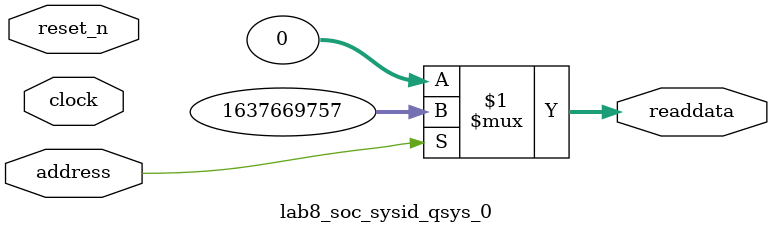
<source format=v>



// synthesis translate_off
`timescale 1ns / 1ps
// synthesis translate_on

// turn off superfluous verilog processor warnings 
// altera message_level Level1 
// altera message_off 10034 10035 10036 10037 10230 10240 10030 

module lab8_soc_sysid_qsys_0 (
               // inputs:
                address,
                clock,
                reset_n,

               // outputs:
                readdata
             )
;

  output  [ 31: 0] readdata;
  input            address;
  input            clock;
  input            reset_n;

  wire    [ 31: 0] readdata;
  //control_slave, which is an e_avalon_slave
  assign readdata = address ? 1637669757 : 0;

endmodule



</source>
